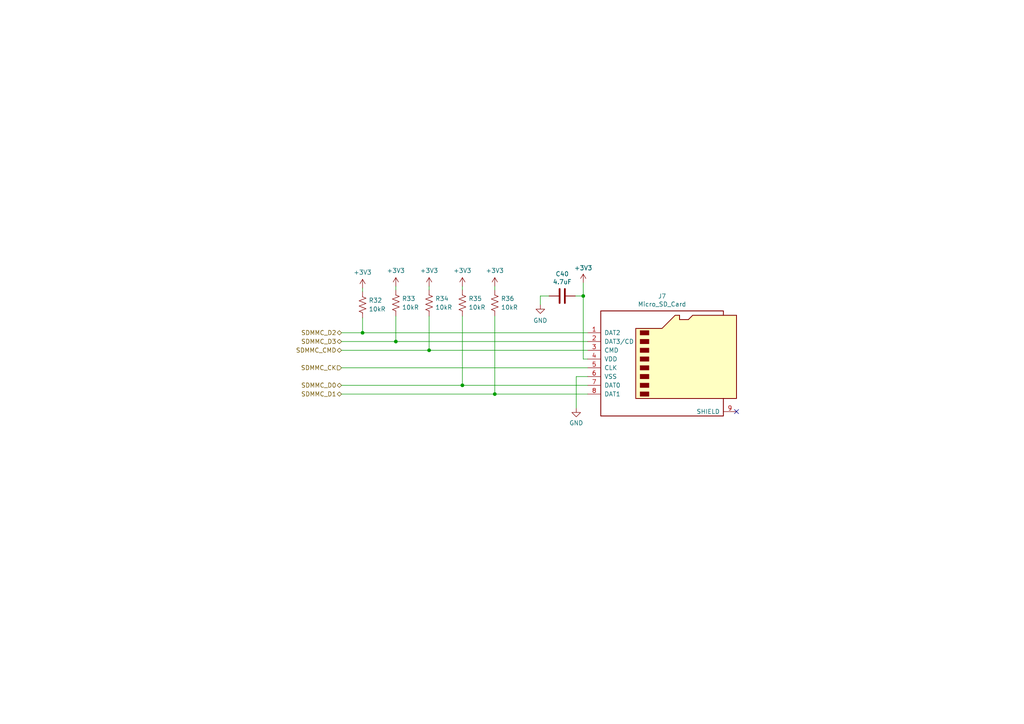
<source format=kicad_sch>
(kicad_sch (version 20231120) (generator "eeschema") (generator_version "8.0")
  (paper "A4")
  (title_block (title "SRAD Altimeter") (date "2025-02-20") (company "Waterloo Rocketry") (comment 1 "Designer: Ash Lang"))
  (lib_symbols
    (symbol "Connector:Micro_SD_Card" (pin_names (offset 1.016))
      (property "Reference" "J" (at -16.51 15.24 0))
      (property "Value" "Micro_SD_Card" (at 16.51 15.24 0))
      (symbol "Micro_SD_Card_0_1"
        (rectangle (start -7.62 -9.525) (end -5.08 -10.795) (fill (type outline)))
        (rectangle (start -7.62 -6.985) (end -5.08 -8.255) (fill (type outline)))
        (rectangle (start -7.62 -4.445) (end -5.08 -5.715) (fill (type outline)))
        (rectangle (start -7.62 -1.905) (end -5.08 -3.175) (fill (type outline)))
        (rectangle (start -7.62 0.635) (end -5.08 -0.635) (fill (type outline)))
        (rectangle (start -7.62 3.175) (end -5.08 1.905) (fill (type outline)))
        (rectangle (start -7.62 5.715) (end -5.08 4.445) (fill (type outline)))
        (rectangle (start -7.62 8.255) (end -5.08 6.985) (fill (type outline)))
        (polyline (pts (xy 16.51 12.7) (xy 16.51 13.97) (xy -19.05 13.97) (xy -19.05 -16.51) (xy 16.51 -16.51) (xy 16.51 -11.43)) (stroke (width 0.254)))
        (polyline (pts (xy -8.89 -11.43) (xy -8.89 8.89) (xy -1.27 8.89) (xy 2.54 12.7) (xy 3.81 12.7) (xy 3.81 11.43) (xy 6.35 11.43) (xy 7.62 12.7) (xy 20.32 12.7) (xy 20.32 -11.43) (xy -8.89 -11.43)) (stroke (width 0.254)) (fill (type background)))
      )
      (symbol "Micro_SD_Card_1_1"
        (pin bidirectional line (at -22.86 7.62 0) (length 3.81) (name "DAT2") (number "1"))
        (pin bidirectional line (at -22.86 5.08 0) (length 3.81) (name "DAT3/CD") (number "2"))
        (pin input line (at -22.86 2.54 0) (length 3.81) (name "CMD") (number "3"))
        (pin power_in line (at -22.86 0 0) (length 3.81) (name "VDD") (number "4"))
        (pin input line (at -22.86 -2.54 0) (length 3.81) (name "CLK") (number "5"))
        (pin power_in line (at -22.86 -5.08 0) (length 3.81) (name "VSS") (number "6"))
        (pin bidirectional line (at -22.86 -7.62 0) (length 3.81) (name "DAT0") (number "7"))
        (pin bidirectional line (at -22.86 -10.16 0) (length 3.81) (name "DAT1") (number "8"))
        (pin passive line (at 20.32 -15.24 180) (length 3.81) (name "SHIELD") (number "9"))
      )
    )
    (symbol "Device:C" (pin_numbers hide) (pin_names (offset 0.254))
      (property "Reference" "C" (at 0.635 2.54 0))
      (property "Value" "C" (at 0.635 -2.54 0))
      (symbol "C_0_1"
        (polyline (pts (xy -2.032 -0.762) (xy 2.032 -0.762)) (stroke (width 0.508)))
        (polyline (pts (xy -2.032 0.762) (xy 2.032 0.762)) (stroke (width 0.508)))
      )
      (symbol "C_1_1"
        (pin passive line (at 0 3.81 270) (length 2.794) (name "~") (number "1"))
        (pin passive line (at 0 -3.81 90) (length 2.794) (name "~") (number "2"))
      )
    )
    (symbol "Device:R_US" (pin_numbers hide) (pin_names (offset 0))
      (property "Reference" "R" (at 2.54 0 90))
      (property "Value" "R_US" (at -2.54 0 90))
      (symbol "R_US_0_1"
        (polyline (pts (xy 0 -2.286) (xy 0 -2.54)))
        (polyline (pts (xy 0 2.286) (xy 0 2.54)))
        (polyline (pts (xy 0 -0.762) (xy 1.016 -1.143) (xy 0 -1.524) (xy -1.016 -1.905) (xy 0 -2.286)))
        (polyline (pts (xy 0 0.762) (xy 1.016 0.381) (xy 0 0) (xy -1.016 -0.381) (xy 0 -0.762)))
        (polyline (pts (xy 0 2.286) (xy 1.016 1.905) (xy 0 1.524) (xy -1.016 1.143) (xy 0 0.762)))
      )
      (symbol "R_US_1_1"
        (pin passive line (at 0 3.81 270) (length 1.27) (name "~") (number "1"))
        (pin passive line (at 0 -3.81 90) (length 1.27) (name "~") (number "2"))
      )
    )
    (symbol "power:+3V3" (power) (pin_names (offset 0))
      (property "Value" "+3V3" (at 0 3.556 0))
      (symbol "+3V3_0_1"
        (polyline (pts (xy -0.762 1.27) (xy 0 2.54)))
        (polyline (pts (xy 0 0) (xy 0 2.54)))
        (polyline (pts (xy 0 2.54) (xy 0.762 1.27)))
      )
      (symbol "+3V3_1_1"
        (pin power_in line (at 0 0 90) (length 0) hide (name "+3V3") (number "1"))
      )
    )
    (symbol "power:GND" (power) (pin_names (offset 0))
      (property "Value" "GND" (at 0 -3.81 0))
      (symbol "GND_0_1"
        (polyline (pts (xy 0 0) (xy 0 -1.27) (xy 1.27 -1.27) (xy 0 -2.54) (xy -1.27 -1.27) (xy 0 -1.27)))
      )
      (symbol "GND_1_1"
        (pin power_in line (at 0 0 270) (length 0) hide (name "GND") (number "1"))
      )
    )
  )
  (junction (at 143.51 114.3))
  (junction (at 134.112 111.76))
  (junction (at 114.808 99.06))
  (junction (at 124.46 101.6))
  (junction (at 105.156 96.52))
  (junction (at 169.164 85.852))
  (no_connect (at 213.614 119.38))
  (wire (pts (xy 99.06 114.3) (xy 143.51 114.3)))
  (wire (pts (xy 134.112 111.76) (xy 170.434 111.76)))
  (wire (pts (xy 105.156 92.202) (xy 105.156 96.52)))
  (wire (pts (xy 114.808 91.694) (xy 114.808 99.06)))
  (wire (pts (xy 124.46 101.6) (xy 170.434 101.6)))
  (wire (pts (xy 166.878 85.852) (xy 169.164 85.852)))
  (wire (pts (xy 169.164 85.852) (xy 169.164 82.042)))
  (wire (pts (xy 99.06 96.52) (xy 105.156 96.52)))
  (wire (pts (xy 99.06 99.06) (xy 114.808 99.06)))
  (wire (pts (xy 170.434 109.22) (xy 167.132 109.22)))
  (wire (pts (xy 143.51 83.058) (xy 143.51 84.074)))
  (wire (pts (xy 170.434 104.14) (xy 169.164 104.14)))
  (wire (pts (xy 134.112 91.694) (xy 134.112 111.76)))
  (wire (pts (xy 105.156 83.566) (xy 105.156 84.582)))
  (wire (pts (xy 156.718 85.852) (xy 159.258 85.852)))
  (wire (pts (xy 143.51 91.694) (xy 143.51 114.3)))
  (wire (pts (xy 134.112 83.058) (xy 134.112 84.074)))
  (wire (pts (xy 156.718 88.392) (xy 156.718 85.852)))
  (wire (pts (xy 124.46 83.058) (xy 124.46 84.074)))
  (wire (pts (xy 124.46 91.694) (xy 124.46 101.6)))
  (wire (pts (xy 99.06 101.6) (xy 124.46 101.6)))
  (wire (pts (xy 105.156 96.52) (xy 170.434 96.52)))
  (wire (pts (xy 167.132 109.22) (xy 167.132 118.364)))
  (wire (pts (xy 143.51 114.3) (xy 170.434 114.3)))
  (wire (pts (xy 114.808 83.058) (xy 114.808 84.074)))
  (wire (pts (xy 169.164 104.14) (xy 169.164 85.852)))
  (wire (pts (xy 114.808 99.06) (xy 170.434 99.06)))
  (wire (pts (xy 99.06 111.76) (xy 134.112 111.76)))
  (wire (pts (xy 99.06 106.68) (xy 170.434 106.68)))
  (hierarchical_label "SDMMC_CK" (shape input) (at 99.06 106.68 180))
  (hierarchical_label "SDMMC_D2" (shape bidirectional) (at 99.06 96.52 180))
  (hierarchical_label "SDMMC_D0" (shape bidirectional) (at 99.06 111.76 180))
  (hierarchical_label "SDMMC_D1" (shape bidirectional) (at 99.06 114.3 180))
  (hierarchical_label "SDMMC_D3" (shape bidirectional) (at 99.06 99.06 180))
  (hierarchical_label "SDMMC_CMD" (shape bidirectional) (at 99.06 101.6 180))
  (symbol (lib_id "Device:R_US") (at 124.46 87.884 0) (unit 1)
    (property "Reference" "R34" (at 126.238 86.614 0) (effects (justify left)))
    (property "Value" "10kR" (at 126.238 89.154 0) (effects (justify left)))
    (property "Footprint" "Resistor_SMD:R_0805_2012Metric_Pad1.20x1.40mm_HandSolder" (effects (hide yes)))
  )
  (symbol (lib_id "power:+3V3") (at 114.808 83.058 0) (unit 1)
    (property "Reference" "#PWR078" (effects (hide yes)))
    (property "Value" "+3V3" (at 114.808 78.486 0))
  )
  (symbol (lib_id "power:+3V3") (at 134.112 83.058 0) (unit 1)
    (property "Reference" "#PWR080" (effects (hide yes)))
    (property "Value" "+3V3" (at 134.112 78.486 0))
  )
  (symbol (lib_id "power:+3V3") (at 124.46 83.058 0) (unit 1)
    (property "Reference" "#PWR079" (effects (hide yes)))
    (property "Value" "+3V3" (at 124.46 78.486 0))
  )
  (symbol (lib_id "power:+3V3") (at 143.51 83.058 0) (unit 1)
    (property "Reference" "#PWR081" (effects (hide yes)))
    (property "Value" "+3V3" (at 143.51 78.486 0))
  )
  (symbol (lib_id "Device:R_US") (at 143.51 87.884 0) (unit 1)
    (property "Reference" "R36" (at 145.288 86.614 0) (effects (justify left)))
    (property "Value" "10kR" (at 145.288 89.154 0) (effects (justify left)))
    (property "Footprint" "Resistor_SMD:R_0805_2012Metric_Pad1.20x1.40mm_HandSolder" (effects (hide yes)))
  )
  (symbol (lib_id "Device:C") (at 163.068 85.852 270) (unit 1)
    (property "Reference" "C40" (at 163.068 79.4512 90))
    (property "Value" "4.7uF" (at 163.068 81.7626 90))
    (property "Footprint" "Capacitor_SMD:C_0805_2012Metric_Pad1.18x1.45mm_HandSolder" (effects (hide yes)))
  )
  (symbol (lib_id "power:+3V3") (at 105.156 83.566 0) (unit 1)
    (property "Reference" "#PWR077" (effects (hide yes)))
    (property "Value" "+3V3" (at 105.156 78.994 0))
  )
  (symbol (lib_id "Device:R_US") (at 105.156 88.392 0) (unit 1)
    (property "Reference" "R32" (at 106.934 87.122 0) (effects (justify left)))
    (property "Value" "10kR" (at 106.934 89.662 0) (effects (justify left)))
    (property "Footprint" "Resistor_SMD:R_0805_2012Metric_Pad1.20x1.40mm_HandSolder" (effects (hide yes)))
  )
  (symbol (lib_id "Device:R_US") (at 114.808 87.884 0) (unit 1)
    (property "Reference" "R33" (at 116.586 86.614 0) (effects (justify left)))
    (property "Value" "10kR" (at 116.586 89.154 0) (effects (justify left)))
    (property "Footprint" "Resistor_SMD:R_0805_2012Metric_Pad1.20x1.40mm_HandSolder" (effects (hide yes)))
  )
  (symbol (lib_id "power:GND") (at 167.132 118.364 0) (unit 1)
    (property "Reference" "#PWR083" (effects (hide yes)))
    (property "Value" "GND" (at 167.132 122.682 0))
  )
  (symbol (lib_id "power:+3V3") (at 169.164 82.042 0) (unit 1)
    (property "Reference" "#PWR084" (effects (hide yes)))
    (property "Value" "+3V3" (at 169.164 77.724 0))
  )
  (symbol (lib_id "Device:R_US") (at 134.112 87.884 0) (unit 1)
    (property "Reference" "R35" (at 135.89 86.614 0) (effects (justify left)))
    (property "Value" "10kR" (at 135.89 89.154 0) (effects (justify left)))
    (property "Footprint" "Resistor_SMD:R_0805_2012Metric_Pad1.20x1.40mm_HandSolder" (effects (hide yes)))
  )
  (symbol (lib_id "Connector:Micro_SD_Card") (at 193.294 104.14 0) (unit 1)
    (property "Reference" "J7" (at 192.024 85.9282 0))
    (property "Value" "Micro_SD_Card" (at 192.024 88.2396 0))
    (property "Footprint" "canhw_footprints:microSD_Molex_WM6698CT-ND" (effects (hide yes)))
    (property "Datasheet" "http://katalog.we-online.de/em/datasheet/693072010801.pdf" (effects (hide yes)))
  )
  (symbol (lib_id "power:GND") (at 156.718 88.392 0) (unit 1)
    (property "Reference" "#PWR082" (effects (hide yes)))
    (property "Value" "GND" (at 156.718 92.964 0))
  )
)
</source>
